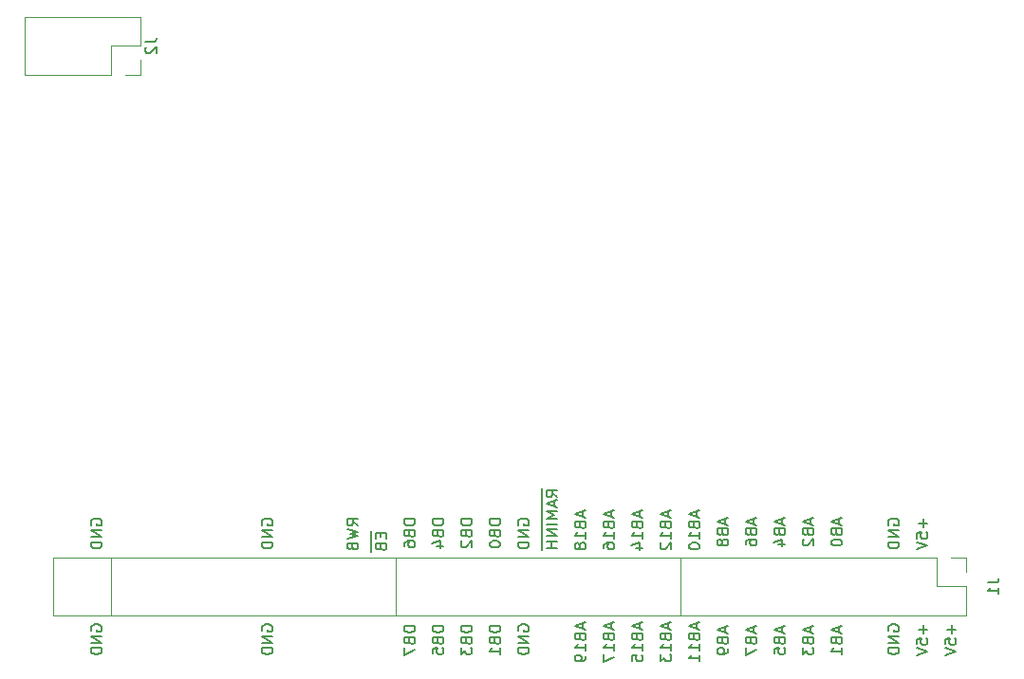
<source format=gbo>
G04 #@! TF.GenerationSoftware,KiCad,Pcbnew,(5.1.8)-1*
G04 #@! TF.CreationDate,2021-07-02T01:17:22+09:00*
G04 #@! TF.ProjectId,FMRAMV01L02,464d5241-4d56-4303-914c-30322e6b6963,rev?*
G04 #@! TF.SameCoordinates,PX3072580PY9157080*
G04 #@! TF.FileFunction,Legend,Bot*
G04 #@! TF.FilePolarity,Positive*
%FSLAX46Y46*%
G04 Gerber Fmt 4.6, Leading zero omitted, Abs format (unit mm)*
G04 Created by KiCad (PCBNEW (5.1.8)-1) date 2021-07-02 01:17:22*
%MOMM*%
%LPD*%
G01*
G04 APERTURE LIST*
%ADD10C,0.120000*%
%ADD11C,0.150000*%
G04 APERTURE END LIST*
D10*
X24130000Y16510000D02*
X24130000Y11430000D01*
X49530000Y16510000D02*
X49530000Y11430000D01*
X74930000Y16510000D02*
X74930000Y11430000D01*
D11*
X51252380Y10431786D02*
X50252380Y10431786D01*
X50252380Y10193691D01*
X50300000Y10050834D01*
X50395238Y9955596D01*
X50490476Y9907977D01*
X50680952Y9860358D01*
X50823809Y9860358D01*
X51014285Y9907977D01*
X51109523Y9955596D01*
X51204761Y10050834D01*
X51252380Y10193691D01*
X51252380Y10431786D01*
X50728571Y9098453D02*
X50776190Y8955596D01*
X50823809Y8907977D01*
X50919047Y8860358D01*
X51061904Y8860358D01*
X51157142Y8907977D01*
X51204761Y8955596D01*
X51252380Y9050834D01*
X51252380Y9431786D01*
X50252380Y9431786D01*
X50252380Y9098453D01*
X50300000Y9003215D01*
X50347619Y8955596D01*
X50442857Y8907977D01*
X50538095Y8907977D01*
X50633333Y8955596D01*
X50680952Y9003215D01*
X50728571Y9098453D01*
X50728571Y9431786D01*
X50252380Y8527024D02*
X50252380Y7860358D01*
X51252380Y8288929D01*
X53792380Y10431786D02*
X52792380Y10431786D01*
X52792380Y10193691D01*
X52840000Y10050834D01*
X52935238Y9955596D01*
X53030476Y9907977D01*
X53220952Y9860358D01*
X53363809Y9860358D01*
X53554285Y9907977D01*
X53649523Y9955596D01*
X53744761Y10050834D01*
X53792380Y10193691D01*
X53792380Y10431786D01*
X53268571Y9098453D02*
X53316190Y8955596D01*
X53363809Y8907977D01*
X53459047Y8860358D01*
X53601904Y8860358D01*
X53697142Y8907977D01*
X53744761Y8955596D01*
X53792380Y9050834D01*
X53792380Y9431786D01*
X52792380Y9431786D01*
X52792380Y9098453D01*
X52840000Y9003215D01*
X52887619Y8955596D01*
X52982857Y8907977D01*
X53078095Y8907977D01*
X53173333Y8955596D01*
X53220952Y9003215D01*
X53268571Y9098453D01*
X53268571Y9431786D01*
X52792380Y7955596D02*
X52792380Y8431786D01*
X53268571Y8479405D01*
X53220952Y8431786D01*
X53173333Y8336548D01*
X53173333Y8098453D01*
X53220952Y8003215D01*
X53268571Y7955596D01*
X53363809Y7907977D01*
X53601904Y7907977D01*
X53697142Y7955596D01*
X53744761Y8003215D01*
X53792380Y8098453D01*
X53792380Y8336548D01*
X53744761Y8431786D01*
X53697142Y8479405D01*
X56332380Y10431786D02*
X55332380Y10431786D01*
X55332380Y10193691D01*
X55380000Y10050834D01*
X55475238Y9955596D01*
X55570476Y9907977D01*
X55760952Y9860358D01*
X55903809Y9860358D01*
X56094285Y9907977D01*
X56189523Y9955596D01*
X56284761Y10050834D01*
X56332380Y10193691D01*
X56332380Y10431786D01*
X55808571Y9098453D02*
X55856190Y8955596D01*
X55903809Y8907977D01*
X55999047Y8860358D01*
X56141904Y8860358D01*
X56237142Y8907977D01*
X56284761Y8955596D01*
X56332380Y9050834D01*
X56332380Y9431786D01*
X55332380Y9431786D01*
X55332380Y9098453D01*
X55380000Y9003215D01*
X55427619Y8955596D01*
X55522857Y8907977D01*
X55618095Y8907977D01*
X55713333Y8955596D01*
X55760952Y9003215D01*
X55808571Y9098453D01*
X55808571Y9431786D01*
X55332380Y8527024D02*
X55332380Y7907977D01*
X55713333Y8241310D01*
X55713333Y8098453D01*
X55760952Y8003215D01*
X55808571Y7955596D01*
X55903809Y7907977D01*
X56141904Y7907977D01*
X56237142Y7955596D01*
X56284761Y8003215D01*
X56332380Y8098453D01*
X56332380Y8384167D01*
X56284761Y8479405D01*
X56237142Y8527024D01*
X58872380Y10431786D02*
X57872380Y10431786D01*
X57872380Y10193691D01*
X57920000Y10050834D01*
X58015238Y9955596D01*
X58110476Y9907977D01*
X58300952Y9860358D01*
X58443809Y9860358D01*
X58634285Y9907977D01*
X58729523Y9955596D01*
X58824761Y10050834D01*
X58872380Y10193691D01*
X58872380Y10431786D01*
X58348571Y9098453D02*
X58396190Y8955596D01*
X58443809Y8907977D01*
X58539047Y8860358D01*
X58681904Y8860358D01*
X58777142Y8907977D01*
X58824761Y8955596D01*
X58872380Y9050834D01*
X58872380Y9431786D01*
X57872380Y9431786D01*
X57872380Y9098453D01*
X57920000Y9003215D01*
X57967619Y8955596D01*
X58062857Y8907977D01*
X58158095Y8907977D01*
X58253333Y8955596D01*
X58300952Y9003215D01*
X58348571Y9098453D01*
X58348571Y9431786D01*
X58872380Y7907977D02*
X58872380Y8479405D01*
X58872380Y8193691D02*
X57872380Y8193691D01*
X58015238Y8288929D01*
X58110476Y8384167D01*
X58158095Y8479405D01*
X66206666Y10653929D02*
X66206666Y10177739D01*
X66492380Y10749167D02*
X65492380Y10415834D01*
X66492380Y10082500D01*
X65968571Y9415834D02*
X66016190Y9272977D01*
X66063809Y9225358D01*
X66159047Y9177739D01*
X66301904Y9177739D01*
X66397142Y9225358D01*
X66444761Y9272977D01*
X66492380Y9368215D01*
X66492380Y9749167D01*
X65492380Y9749167D01*
X65492380Y9415834D01*
X65540000Y9320596D01*
X65587619Y9272977D01*
X65682857Y9225358D01*
X65778095Y9225358D01*
X65873333Y9272977D01*
X65920952Y9320596D01*
X65968571Y9415834D01*
X65968571Y9749167D01*
X66492380Y8225358D02*
X66492380Y8796786D01*
X66492380Y8511072D02*
X65492380Y8511072D01*
X65635238Y8606310D01*
X65730476Y8701548D01*
X65778095Y8796786D01*
X66492380Y7749167D02*
X66492380Y7558691D01*
X66444761Y7463453D01*
X66397142Y7415834D01*
X66254285Y7320596D01*
X66063809Y7272977D01*
X65682857Y7272977D01*
X65587619Y7320596D01*
X65540000Y7368215D01*
X65492380Y7463453D01*
X65492380Y7653929D01*
X65540000Y7749167D01*
X65587619Y7796786D01*
X65682857Y7844405D01*
X65920952Y7844405D01*
X66016190Y7796786D01*
X66063809Y7749167D01*
X66111428Y7653929D01*
X66111428Y7463453D01*
X66063809Y7368215D01*
X66016190Y7320596D01*
X65920952Y7272977D01*
X68746666Y10653929D02*
X68746666Y10177739D01*
X69032380Y10749167D02*
X68032380Y10415834D01*
X69032380Y10082500D01*
X68508571Y9415834D02*
X68556190Y9272977D01*
X68603809Y9225358D01*
X68699047Y9177739D01*
X68841904Y9177739D01*
X68937142Y9225358D01*
X68984761Y9272977D01*
X69032380Y9368215D01*
X69032380Y9749167D01*
X68032380Y9749167D01*
X68032380Y9415834D01*
X68080000Y9320596D01*
X68127619Y9272977D01*
X68222857Y9225358D01*
X68318095Y9225358D01*
X68413333Y9272977D01*
X68460952Y9320596D01*
X68508571Y9415834D01*
X68508571Y9749167D01*
X69032380Y8225358D02*
X69032380Y8796786D01*
X69032380Y8511072D02*
X68032380Y8511072D01*
X68175238Y8606310D01*
X68270476Y8701548D01*
X68318095Y8796786D01*
X68032380Y7892024D02*
X68032380Y7225358D01*
X69032380Y7653929D01*
X71286666Y10653929D02*
X71286666Y10177739D01*
X71572380Y10749167D02*
X70572380Y10415834D01*
X71572380Y10082500D01*
X71048571Y9415834D02*
X71096190Y9272977D01*
X71143809Y9225358D01*
X71239047Y9177739D01*
X71381904Y9177739D01*
X71477142Y9225358D01*
X71524761Y9272977D01*
X71572380Y9368215D01*
X71572380Y9749167D01*
X70572380Y9749167D01*
X70572380Y9415834D01*
X70620000Y9320596D01*
X70667619Y9272977D01*
X70762857Y9225358D01*
X70858095Y9225358D01*
X70953333Y9272977D01*
X71000952Y9320596D01*
X71048571Y9415834D01*
X71048571Y9749167D01*
X71572380Y8225358D02*
X71572380Y8796786D01*
X71572380Y8511072D02*
X70572380Y8511072D01*
X70715238Y8606310D01*
X70810476Y8701548D01*
X70858095Y8796786D01*
X70572380Y7320596D02*
X70572380Y7796786D01*
X71048571Y7844405D01*
X71000952Y7796786D01*
X70953333Y7701548D01*
X70953333Y7463453D01*
X71000952Y7368215D01*
X71048571Y7320596D01*
X71143809Y7272977D01*
X71381904Y7272977D01*
X71477142Y7320596D01*
X71524761Y7368215D01*
X71572380Y7463453D01*
X71572380Y7701548D01*
X71524761Y7796786D01*
X71477142Y7844405D01*
X73826666Y10653929D02*
X73826666Y10177739D01*
X74112380Y10749167D02*
X73112380Y10415834D01*
X74112380Y10082500D01*
X73588571Y9415834D02*
X73636190Y9272977D01*
X73683809Y9225358D01*
X73779047Y9177739D01*
X73921904Y9177739D01*
X74017142Y9225358D01*
X74064761Y9272977D01*
X74112380Y9368215D01*
X74112380Y9749167D01*
X73112380Y9749167D01*
X73112380Y9415834D01*
X73160000Y9320596D01*
X73207619Y9272977D01*
X73302857Y9225358D01*
X73398095Y9225358D01*
X73493333Y9272977D01*
X73540952Y9320596D01*
X73588571Y9415834D01*
X73588571Y9749167D01*
X74112380Y8225358D02*
X74112380Y8796786D01*
X74112380Y8511072D02*
X73112380Y8511072D01*
X73255238Y8606310D01*
X73350476Y8701548D01*
X73398095Y8796786D01*
X73112380Y7892024D02*
X73112380Y7272977D01*
X73493333Y7606310D01*
X73493333Y7463453D01*
X73540952Y7368215D01*
X73588571Y7320596D01*
X73683809Y7272977D01*
X73921904Y7272977D01*
X74017142Y7320596D01*
X74064761Y7368215D01*
X74112380Y7463453D01*
X74112380Y7749167D01*
X74064761Y7844405D01*
X74017142Y7892024D01*
X76366666Y10653929D02*
X76366666Y10177739D01*
X76652380Y10749167D02*
X75652380Y10415834D01*
X76652380Y10082500D01*
X76128571Y9415834D02*
X76176190Y9272977D01*
X76223809Y9225358D01*
X76319047Y9177739D01*
X76461904Y9177739D01*
X76557142Y9225358D01*
X76604761Y9272977D01*
X76652380Y9368215D01*
X76652380Y9749167D01*
X75652380Y9749167D01*
X75652380Y9415834D01*
X75700000Y9320596D01*
X75747619Y9272977D01*
X75842857Y9225358D01*
X75938095Y9225358D01*
X76033333Y9272977D01*
X76080952Y9320596D01*
X76128571Y9415834D01*
X76128571Y9749167D01*
X76652380Y8225358D02*
X76652380Y8796786D01*
X76652380Y8511072D02*
X75652380Y8511072D01*
X75795238Y8606310D01*
X75890476Y8701548D01*
X75938095Y8796786D01*
X76652380Y7272977D02*
X76652380Y7844405D01*
X76652380Y7558691D02*
X75652380Y7558691D01*
X75795238Y7653929D01*
X75890476Y7749167D01*
X75938095Y7844405D01*
X78906666Y10336548D02*
X78906666Y9860358D01*
X79192380Y10431786D02*
X78192380Y10098453D01*
X79192380Y9765120D01*
X78668571Y9098453D02*
X78716190Y8955596D01*
X78763809Y8907977D01*
X78859047Y8860358D01*
X79001904Y8860358D01*
X79097142Y8907977D01*
X79144761Y8955596D01*
X79192380Y9050834D01*
X79192380Y9431786D01*
X78192380Y9431786D01*
X78192380Y9098453D01*
X78240000Y9003215D01*
X78287619Y8955596D01*
X78382857Y8907977D01*
X78478095Y8907977D01*
X78573333Y8955596D01*
X78620952Y9003215D01*
X78668571Y9098453D01*
X78668571Y9431786D01*
X79192380Y8384167D02*
X79192380Y8193691D01*
X79144761Y8098453D01*
X79097142Y8050834D01*
X78954285Y7955596D01*
X78763809Y7907977D01*
X78382857Y7907977D01*
X78287619Y7955596D01*
X78240000Y8003215D01*
X78192380Y8098453D01*
X78192380Y8288929D01*
X78240000Y8384167D01*
X78287619Y8431786D01*
X78382857Y8479405D01*
X78620952Y8479405D01*
X78716190Y8431786D01*
X78763809Y8384167D01*
X78811428Y8288929D01*
X78811428Y8098453D01*
X78763809Y8003215D01*
X78716190Y7955596D01*
X78620952Y7907977D01*
X81446666Y10336548D02*
X81446666Y9860358D01*
X81732380Y10431786D02*
X80732380Y10098453D01*
X81732380Y9765120D01*
X81208571Y9098453D02*
X81256190Y8955596D01*
X81303809Y8907977D01*
X81399047Y8860358D01*
X81541904Y8860358D01*
X81637142Y8907977D01*
X81684761Y8955596D01*
X81732380Y9050834D01*
X81732380Y9431786D01*
X80732380Y9431786D01*
X80732380Y9098453D01*
X80780000Y9003215D01*
X80827619Y8955596D01*
X80922857Y8907977D01*
X81018095Y8907977D01*
X81113333Y8955596D01*
X81160952Y9003215D01*
X81208571Y9098453D01*
X81208571Y9431786D01*
X80732380Y8527024D02*
X80732380Y7860358D01*
X81732380Y8288929D01*
X83986666Y10336548D02*
X83986666Y9860358D01*
X84272380Y10431786D02*
X83272380Y10098453D01*
X84272380Y9765120D01*
X83748571Y9098453D02*
X83796190Y8955596D01*
X83843809Y8907977D01*
X83939047Y8860358D01*
X84081904Y8860358D01*
X84177142Y8907977D01*
X84224761Y8955596D01*
X84272380Y9050834D01*
X84272380Y9431786D01*
X83272380Y9431786D01*
X83272380Y9098453D01*
X83320000Y9003215D01*
X83367619Y8955596D01*
X83462857Y8907977D01*
X83558095Y8907977D01*
X83653333Y8955596D01*
X83700952Y9003215D01*
X83748571Y9098453D01*
X83748571Y9431786D01*
X83272380Y7955596D02*
X83272380Y8431786D01*
X83748571Y8479405D01*
X83700952Y8431786D01*
X83653333Y8336548D01*
X83653333Y8098453D01*
X83700952Y8003215D01*
X83748571Y7955596D01*
X83843809Y7907977D01*
X84081904Y7907977D01*
X84177142Y7955596D01*
X84224761Y8003215D01*
X84272380Y8098453D01*
X84272380Y8336548D01*
X84224761Y8431786D01*
X84177142Y8479405D01*
X86526666Y10336548D02*
X86526666Y9860358D01*
X86812380Y10431786D02*
X85812380Y10098453D01*
X86812380Y9765120D01*
X86288571Y9098453D02*
X86336190Y8955596D01*
X86383809Y8907977D01*
X86479047Y8860358D01*
X86621904Y8860358D01*
X86717142Y8907977D01*
X86764761Y8955596D01*
X86812380Y9050834D01*
X86812380Y9431786D01*
X85812380Y9431786D01*
X85812380Y9098453D01*
X85860000Y9003215D01*
X85907619Y8955596D01*
X86002857Y8907977D01*
X86098095Y8907977D01*
X86193333Y8955596D01*
X86240952Y9003215D01*
X86288571Y9098453D01*
X86288571Y9431786D01*
X85812380Y8527024D02*
X85812380Y7907977D01*
X86193333Y8241310D01*
X86193333Y8098453D01*
X86240952Y8003215D01*
X86288571Y7955596D01*
X86383809Y7907977D01*
X86621904Y7907977D01*
X86717142Y7955596D01*
X86764761Y8003215D01*
X86812380Y8098453D01*
X86812380Y8384167D01*
X86764761Y8479405D01*
X86717142Y8527024D01*
X89066666Y10336548D02*
X89066666Y9860358D01*
X89352380Y10431786D02*
X88352380Y10098453D01*
X89352380Y9765120D01*
X88828571Y9098453D02*
X88876190Y8955596D01*
X88923809Y8907977D01*
X89019047Y8860358D01*
X89161904Y8860358D01*
X89257142Y8907977D01*
X89304761Y8955596D01*
X89352380Y9050834D01*
X89352380Y9431786D01*
X88352380Y9431786D01*
X88352380Y9098453D01*
X88400000Y9003215D01*
X88447619Y8955596D01*
X88542857Y8907977D01*
X88638095Y8907977D01*
X88733333Y8955596D01*
X88780952Y9003215D01*
X88828571Y9098453D01*
X88828571Y9431786D01*
X89352380Y7907977D02*
X89352380Y8479405D01*
X89352380Y8193691D02*
X88352380Y8193691D01*
X88495238Y8288929D01*
X88590476Y8384167D01*
X88638095Y8479405D01*
X46172380Y19412977D02*
X45696190Y19746310D01*
X46172380Y19984405D02*
X45172380Y19984405D01*
X45172380Y19603453D01*
X45220000Y19508215D01*
X45267619Y19460596D01*
X45362857Y19412977D01*
X45505714Y19412977D01*
X45600952Y19460596D01*
X45648571Y19508215D01*
X45696190Y19603453D01*
X45696190Y19984405D01*
X45172380Y19079643D02*
X46172380Y18841548D01*
X45458095Y18651072D01*
X46172380Y18460596D01*
X45172380Y18222500D01*
X45648571Y17508215D02*
X45696190Y17365358D01*
X45743809Y17317739D01*
X45839047Y17270120D01*
X45981904Y17270120D01*
X46077142Y17317739D01*
X46124761Y17365358D01*
X46172380Y17460596D01*
X46172380Y17841548D01*
X45172380Y17841548D01*
X45172380Y17508215D01*
X45220000Y17412977D01*
X45267619Y17365358D01*
X45362857Y17317739D01*
X45458095Y17317739D01*
X45553333Y17365358D01*
X45600952Y17412977D01*
X45648571Y17508215D01*
X45648571Y17841548D01*
X47345000Y18952500D02*
X47345000Y18047739D01*
X48188571Y18714405D02*
X48188571Y18381072D01*
X48712380Y18238215D02*
X48712380Y18714405D01*
X47712380Y18714405D01*
X47712380Y18238215D01*
X47345000Y18047739D02*
X47345000Y17047739D01*
X48188571Y17476310D02*
X48236190Y17333453D01*
X48283809Y17285834D01*
X48379047Y17238215D01*
X48521904Y17238215D01*
X48617142Y17285834D01*
X48664761Y17333453D01*
X48712380Y17428691D01*
X48712380Y17809643D01*
X47712380Y17809643D01*
X47712380Y17476310D01*
X47760000Y17381072D01*
X47807619Y17333453D01*
X47902857Y17285834D01*
X47998095Y17285834D01*
X48093333Y17333453D01*
X48140952Y17381072D01*
X48188571Y17476310D01*
X48188571Y17809643D01*
X51252380Y19984405D02*
X50252380Y19984405D01*
X50252380Y19746310D01*
X50300000Y19603453D01*
X50395238Y19508215D01*
X50490476Y19460596D01*
X50680952Y19412977D01*
X50823809Y19412977D01*
X51014285Y19460596D01*
X51109523Y19508215D01*
X51204761Y19603453D01*
X51252380Y19746310D01*
X51252380Y19984405D01*
X50728571Y18651072D02*
X50776190Y18508215D01*
X50823809Y18460596D01*
X50919047Y18412977D01*
X51061904Y18412977D01*
X51157142Y18460596D01*
X51204761Y18508215D01*
X51252380Y18603453D01*
X51252380Y18984405D01*
X50252380Y18984405D01*
X50252380Y18651072D01*
X50300000Y18555834D01*
X50347619Y18508215D01*
X50442857Y18460596D01*
X50538095Y18460596D01*
X50633333Y18508215D01*
X50680952Y18555834D01*
X50728571Y18651072D01*
X50728571Y18984405D01*
X50252380Y17555834D02*
X50252380Y17746310D01*
X50300000Y17841548D01*
X50347619Y17889167D01*
X50490476Y17984405D01*
X50680952Y18032024D01*
X51061904Y18032024D01*
X51157142Y17984405D01*
X51204761Y17936786D01*
X51252380Y17841548D01*
X51252380Y17651072D01*
X51204761Y17555834D01*
X51157142Y17508215D01*
X51061904Y17460596D01*
X50823809Y17460596D01*
X50728571Y17508215D01*
X50680952Y17555834D01*
X50633333Y17651072D01*
X50633333Y17841548D01*
X50680952Y17936786D01*
X50728571Y17984405D01*
X50823809Y18032024D01*
X53792380Y19984405D02*
X52792380Y19984405D01*
X52792380Y19746310D01*
X52840000Y19603453D01*
X52935238Y19508215D01*
X53030476Y19460596D01*
X53220952Y19412977D01*
X53363809Y19412977D01*
X53554285Y19460596D01*
X53649523Y19508215D01*
X53744761Y19603453D01*
X53792380Y19746310D01*
X53792380Y19984405D01*
X53268571Y18651072D02*
X53316190Y18508215D01*
X53363809Y18460596D01*
X53459047Y18412977D01*
X53601904Y18412977D01*
X53697142Y18460596D01*
X53744761Y18508215D01*
X53792380Y18603453D01*
X53792380Y18984405D01*
X52792380Y18984405D01*
X52792380Y18651072D01*
X52840000Y18555834D01*
X52887619Y18508215D01*
X52982857Y18460596D01*
X53078095Y18460596D01*
X53173333Y18508215D01*
X53220952Y18555834D01*
X53268571Y18651072D01*
X53268571Y18984405D01*
X53125714Y17555834D02*
X53792380Y17555834D01*
X52744761Y17793929D02*
X53459047Y18032024D01*
X53459047Y17412977D01*
X56332380Y19984405D02*
X55332380Y19984405D01*
X55332380Y19746310D01*
X55380000Y19603453D01*
X55475238Y19508215D01*
X55570476Y19460596D01*
X55760952Y19412977D01*
X55903809Y19412977D01*
X56094285Y19460596D01*
X56189523Y19508215D01*
X56284761Y19603453D01*
X56332380Y19746310D01*
X56332380Y19984405D01*
X55808571Y18651072D02*
X55856190Y18508215D01*
X55903809Y18460596D01*
X55999047Y18412977D01*
X56141904Y18412977D01*
X56237142Y18460596D01*
X56284761Y18508215D01*
X56332380Y18603453D01*
X56332380Y18984405D01*
X55332380Y18984405D01*
X55332380Y18651072D01*
X55380000Y18555834D01*
X55427619Y18508215D01*
X55522857Y18460596D01*
X55618095Y18460596D01*
X55713333Y18508215D01*
X55760952Y18555834D01*
X55808571Y18651072D01*
X55808571Y18984405D01*
X55427619Y18032024D02*
X55380000Y17984405D01*
X55332380Y17889167D01*
X55332380Y17651072D01*
X55380000Y17555834D01*
X55427619Y17508215D01*
X55522857Y17460596D01*
X55618095Y17460596D01*
X55760952Y17508215D01*
X56332380Y18079643D01*
X56332380Y17460596D01*
X58872380Y19984405D02*
X57872380Y19984405D01*
X57872380Y19746310D01*
X57920000Y19603453D01*
X58015238Y19508215D01*
X58110476Y19460596D01*
X58300952Y19412977D01*
X58443809Y19412977D01*
X58634285Y19460596D01*
X58729523Y19508215D01*
X58824761Y19603453D01*
X58872380Y19746310D01*
X58872380Y19984405D01*
X58348571Y18651072D02*
X58396190Y18508215D01*
X58443809Y18460596D01*
X58539047Y18412977D01*
X58681904Y18412977D01*
X58777142Y18460596D01*
X58824761Y18508215D01*
X58872380Y18603453D01*
X58872380Y18984405D01*
X57872380Y18984405D01*
X57872380Y18651072D01*
X57920000Y18555834D01*
X57967619Y18508215D01*
X58062857Y18460596D01*
X58158095Y18460596D01*
X58253333Y18508215D01*
X58300952Y18555834D01*
X58348571Y18651072D01*
X58348571Y18984405D01*
X57872380Y17793929D02*
X57872380Y17698691D01*
X57920000Y17603453D01*
X57967619Y17555834D01*
X58062857Y17508215D01*
X58253333Y17460596D01*
X58491428Y17460596D01*
X58681904Y17508215D01*
X58777142Y17555834D01*
X58824761Y17603453D01*
X58872380Y17698691D01*
X58872380Y17793929D01*
X58824761Y17889167D01*
X58777142Y17936786D01*
X58681904Y17984405D01*
X58491428Y18032024D01*
X58253333Y18032024D01*
X58062857Y17984405D01*
X57967619Y17936786D01*
X57920000Y17889167D01*
X57872380Y17793929D01*
X62585000Y22762500D02*
X62585000Y21762500D01*
X63952380Y21952977D02*
X63476190Y22286310D01*
X63952380Y22524405D02*
X62952380Y22524405D01*
X62952380Y22143453D01*
X63000000Y22048215D01*
X63047619Y22000596D01*
X63142857Y21952977D01*
X63285714Y21952977D01*
X63380952Y22000596D01*
X63428571Y22048215D01*
X63476190Y22143453D01*
X63476190Y22524405D01*
X62585000Y21762500D02*
X62585000Y20905358D01*
X63666666Y21572024D02*
X63666666Y21095834D01*
X63952380Y21667262D02*
X62952380Y21333929D01*
X63952380Y21000596D01*
X62585000Y20905358D02*
X62585000Y19762500D01*
X63952380Y20667262D02*
X62952380Y20667262D01*
X63666666Y20333929D01*
X62952380Y20000596D01*
X63952380Y20000596D01*
X62585000Y19762500D02*
X62585000Y19286310D01*
X63952380Y19524405D02*
X62952380Y19524405D01*
X62585000Y19286310D02*
X62585000Y18238691D01*
X63952380Y19048215D02*
X62952380Y19048215D01*
X63952380Y18476786D01*
X62952380Y18476786D01*
X62585000Y18238691D02*
X62585000Y17191072D01*
X63952380Y18000596D02*
X62952380Y18000596D01*
X63428571Y18000596D02*
X63428571Y17429167D01*
X63952380Y17429167D02*
X62952380Y17429167D01*
X66206666Y20667024D02*
X66206666Y20190834D01*
X66492380Y20762262D02*
X65492380Y20428929D01*
X66492380Y20095596D01*
X65968571Y19428929D02*
X66016190Y19286072D01*
X66063809Y19238453D01*
X66159047Y19190834D01*
X66301904Y19190834D01*
X66397142Y19238453D01*
X66444761Y19286072D01*
X66492380Y19381310D01*
X66492380Y19762262D01*
X65492380Y19762262D01*
X65492380Y19428929D01*
X65540000Y19333691D01*
X65587619Y19286072D01*
X65682857Y19238453D01*
X65778095Y19238453D01*
X65873333Y19286072D01*
X65920952Y19333691D01*
X65968571Y19428929D01*
X65968571Y19762262D01*
X66492380Y18238453D02*
X66492380Y18809881D01*
X66492380Y18524167D02*
X65492380Y18524167D01*
X65635238Y18619405D01*
X65730476Y18714643D01*
X65778095Y18809881D01*
X65920952Y17667024D02*
X65873333Y17762262D01*
X65825714Y17809881D01*
X65730476Y17857500D01*
X65682857Y17857500D01*
X65587619Y17809881D01*
X65540000Y17762262D01*
X65492380Y17667024D01*
X65492380Y17476548D01*
X65540000Y17381310D01*
X65587619Y17333691D01*
X65682857Y17286072D01*
X65730476Y17286072D01*
X65825714Y17333691D01*
X65873333Y17381310D01*
X65920952Y17476548D01*
X65920952Y17667024D01*
X65968571Y17762262D01*
X66016190Y17809881D01*
X66111428Y17857500D01*
X66301904Y17857500D01*
X66397142Y17809881D01*
X66444761Y17762262D01*
X66492380Y17667024D01*
X66492380Y17476548D01*
X66444761Y17381310D01*
X66397142Y17333691D01*
X66301904Y17286072D01*
X66111428Y17286072D01*
X66016190Y17333691D01*
X65968571Y17381310D01*
X65920952Y17476548D01*
X68746666Y20667024D02*
X68746666Y20190834D01*
X69032380Y20762262D02*
X68032380Y20428929D01*
X69032380Y20095596D01*
X68508571Y19428929D02*
X68556190Y19286072D01*
X68603809Y19238453D01*
X68699047Y19190834D01*
X68841904Y19190834D01*
X68937142Y19238453D01*
X68984761Y19286072D01*
X69032380Y19381310D01*
X69032380Y19762262D01*
X68032380Y19762262D01*
X68032380Y19428929D01*
X68080000Y19333691D01*
X68127619Y19286072D01*
X68222857Y19238453D01*
X68318095Y19238453D01*
X68413333Y19286072D01*
X68460952Y19333691D01*
X68508571Y19428929D01*
X68508571Y19762262D01*
X69032380Y18238453D02*
X69032380Y18809881D01*
X69032380Y18524167D02*
X68032380Y18524167D01*
X68175238Y18619405D01*
X68270476Y18714643D01*
X68318095Y18809881D01*
X68032380Y17381310D02*
X68032380Y17571786D01*
X68080000Y17667024D01*
X68127619Y17714643D01*
X68270476Y17809881D01*
X68460952Y17857500D01*
X68841904Y17857500D01*
X68937142Y17809881D01*
X68984761Y17762262D01*
X69032380Y17667024D01*
X69032380Y17476548D01*
X68984761Y17381310D01*
X68937142Y17333691D01*
X68841904Y17286072D01*
X68603809Y17286072D01*
X68508571Y17333691D01*
X68460952Y17381310D01*
X68413333Y17476548D01*
X68413333Y17667024D01*
X68460952Y17762262D01*
X68508571Y17809881D01*
X68603809Y17857500D01*
X71286666Y20667024D02*
X71286666Y20190834D01*
X71572380Y20762262D02*
X70572380Y20428929D01*
X71572380Y20095596D01*
X71048571Y19428929D02*
X71096190Y19286072D01*
X71143809Y19238453D01*
X71239047Y19190834D01*
X71381904Y19190834D01*
X71477142Y19238453D01*
X71524761Y19286072D01*
X71572380Y19381310D01*
X71572380Y19762262D01*
X70572380Y19762262D01*
X70572380Y19428929D01*
X70620000Y19333691D01*
X70667619Y19286072D01*
X70762857Y19238453D01*
X70858095Y19238453D01*
X70953333Y19286072D01*
X71000952Y19333691D01*
X71048571Y19428929D01*
X71048571Y19762262D01*
X71572380Y18238453D02*
X71572380Y18809881D01*
X71572380Y18524167D02*
X70572380Y18524167D01*
X70715238Y18619405D01*
X70810476Y18714643D01*
X70858095Y18809881D01*
X70905714Y17381310D02*
X71572380Y17381310D01*
X70524761Y17619405D02*
X71239047Y17857500D01*
X71239047Y17238453D01*
X73826666Y20667024D02*
X73826666Y20190834D01*
X74112380Y20762262D02*
X73112380Y20428929D01*
X74112380Y20095596D01*
X73588571Y19428929D02*
X73636190Y19286072D01*
X73683809Y19238453D01*
X73779047Y19190834D01*
X73921904Y19190834D01*
X74017142Y19238453D01*
X74064761Y19286072D01*
X74112380Y19381310D01*
X74112380Y19762262D01*
X73112380Y19762262D01*
X73112380Y19428929D01*
X73160000Y19333691D01*
X73207619Y19286072D01*
X73302857Y19238453D01*
X73398095Y19238453D01*
X73493333Y19286072D01*
X73540952Y19333691D01*
X73588571Y19428929D01*
X73588571Y19762262D01*
X74112380Y18238453D02*
X74112380Y18809881D01*
X74112380Y18524167D02*
X73112380Y18524167D01*
X73255238Y18619405D01*
X73350476Y18714643D01*
X73398095Y18809881D01*
X73207619Y17857500D02*
X73160000Y17809881D01*
X73112380Y17714643D01*
X73112380Y17476548D01*
X73160000Y17381310D01*
X73207619Y17333691D01*
X73302857Y17286072D01*
X73398095Y17286072D01*
X73540952Y17333691D01*
X74112380Y17905120D01*
X74112380Y17286072D01*
X76366666Y20667024D02*
X76366666Y20190834D01*
X76652380Y20762262D02*
X75652380Y20428929D01*
X76652380Y20095596D01*
X76128571Y19428929D02*
X76176190Y19286072D01*
X76223809Y19238453D01*
X76319047Y19190834D01*
X76461904Y19190834D01*
X76557142Y19238453D01*
X76604761Y19286072D01*
X76652380Y19381310D01*
X76652380Y19762262D01*
X75652380Y19762262D01*
X75652380Y19428929D01*
X75700000Y19333691D01*
X75747619Y19286072D01*
X75842857Y19238453D01*
X75938095Y19238453D01*
X76033333Y19286072D01*
X76080952Y19333691D01*
X76128571Y19428929D01*
X76128571Y19762262D01*
X76652380Y18238453D02*
X76652380Y18809881D01*
X76652380Y18524167D02*
X75652380Y18524167D01*
X75795238Y18619405D01*
X75890476Y18714643D01*
X75938095Y18809881D01*
X75652380Y17619405D02*
X75652380Y17524167D01*
X75700000Y17428929D01*
X75747619Y17381310D01*
X75842857Y17333691D01*
X76033333Y17286072D01*
X76271428Y17286072D01*
X76461904Y17333691D01*
X76557142Y17381310D01*
X76604761Y17428929D01*
X76652380Y17524167D01*
X76652380Y17619405D01*
X76604761Y17714643D01*
X76557142Y17762262D01*
X76461904Y17809881D01*
X76271428Y17857500D01*
X76033333Y17857500D01*
X75842857Y17809881D01*
X75747619Y17762262D01*
X75700000Y17714643D01*
X75652380Y17619405D01*
X78906666Y20032024D02*
X78906666Y19555834D01*
X79192380Y20127262D02*
X78192380Y19793929D01*
X79192380Y19460596D01*
X78668571Y18793929D02*
X78716190Y18651072D01*
X78763809Y18603453D01*
X78859047Y18555834D01*
X79001904Y18555834D01*
X79097142Y18603453D01*
X79144761Y18651072D01*
X79192380Y18746310D01*
X79192380Y19127262D01*
X78192380Y19127262D01*
X78192380Y18793929D01*
X78240000Y18698691D01*
X78287619Y18651072D01*
X78382857Y18603453D01*
X78478095Y18603453D01*
X78573333Y18651072D01*
X78620952Y18698691D01*
X78668571Y18793929D01*
X78668571Y19127262D01*
X78620952Y17984405D02*
X78573333Y18079643D01*
X78525714Y18127262D01*
X78430476Y18174881D01*
X78382857Y18174881D01*
X78287619Y18127262D01*
X78240000Y18079643D01*
X78192380Y17984405D01*
X78192380Y17793929D01*
X78240000Y17698691D01*
X78287619Y17651072D01*
X78382857Y17603453D01*
X78430476Y17603453D01*
X78525714Y17651072D01*
X78573333Y17698691D01*
X78620952Y17793929D01*
X78620952Y17984405D01*
X78668571Y18079643D01*
X78716190Y18127262D01*
X78811428Y18174881D01*
X79001904Y18174881D01*
X79097142Y18127262D01*
X79144761Y18079643D01*
X79192380Y17984405D01*
X79192380Y17793929D01*
X79144761Y17698691D01*
X79097142Y17651072D01*
X79001904Y17603453D01*
X78811428Y17603453D01*
X78716190Y17651072D01*
X78668571Y17698691D01*
X78620952Y17793929D01*
X81446666Y20032024D02*
X81446666Y19555834D01*
X81732380Y20127262D02*
X80732380Y19793929D01*
X81732380Y19460596D01*
X81208571Y18793929D02*
X81256190Y18651072D01*
X81303809Y18603453D01*
X81399047Y18555834D01*
X81541904Y18555834D01*
X81637142Y18603453D01*
X81684761Y18651072D01*
X81732380Y18746310D01*
X81732380Y19127262D01*
X80732380Y19127262D01*
X80732380Y18793929D01*
X80780000Y18698691D01*
X80827619Y18651072D01*
X80922857Y18603453D01*
X81018095Y18603453D01*
X81113333Y18651072D01*
X81160952Y18698691D01*
X81208571Y18793929D01*
X81208571Y19127262D01*
X80732380Y17698691D02*
X80732380Y17889167D01*
X80780000Y17984405D01*
X80827619Y18032024D01*
X80970476Y18127262D01*
X81160952Y18174881D01*
X81541904Y18174881D01*
X81637142Y18127262D01*
X81684761Y18079643D01*
X81732380Y17984405D01*
X81732380Y17793929D01*
X81684761Y17698691D01*
X81637142Y17651072D01*
X81541904Y17603453D01*
X81303809Y17603453D01*
X81208571Y17651072D01*
X81160952Y17698691D01*
X81113333Y17793929D01*
X81113333Y17984405D01*
X81160952Y18079643D01*
X81208571Y18127262D01*
X81303809Y18174881D01*
X83986666Y20032024D02*
X83986666Y19555834D01*
X84272380Y20127262D02*
X83272380Y19793929D01*
X84272380Y19460596D01*
X83748571Y18793929D02*
X83796190Y18651072D01*
X83843809Y18603453D01*
X83939047Y18555834D01*
X84081904Y18555834D01*
X84177142Y18603453D01*
X84224761Y18651072D01*
X84272380Y18746310D01*
X84272380Y19127262D01*
X83272380Y19127262D01*
X83272380Y18793929D01*
X83320000Y18698691D01*
X83367619Y18651072D01*
X83462857Y18603453D01*
X83558095Y18603453D01*
X83653333Y18651072D01*
X83700952Y18698691D01*
X83748571Y18793929D01*
X83748571Y19127262D01*
X83605714Y17698691D02*
X84272380Y17698691D01*
X83224761Y17936786D02*
X83939047Y18174881D01*
X83939047Y17555834D01*
X86526666Y20032024D02*
X86526666Y19555834D01*
X86812380Y20127262D02*
X85812380Y19793929D01*
X86812380Y19460596D01*
X86288571Y18793929D02*
X86336190Y18651072D01*
X86383809Y18603453D01*
X86479047Y18555834D01*
X86621904Y18555834D01*
X86717142Y18603453D01*
X86764761Y18651072D01*
X86812380Y18746310D01*
X86812380Y19127262D01*
X85812380Y19127262D01*
X85812380Y18793929D01*
X85860000Y18698691D01*
X85907619Y18651072D01*
X86002857Y18603453D01*
X86098095Y18603453D01*
X86193333Y18651072D01*
X86240952Y18698691D01*
X86288571Y18793929D01*
X86288571Y19127262D01*
X85907619Y18174881D02*
X85860000Y18127262D01*
X85812380Y18032024D01*
X85812380Y17793929D01*
X85860000Y17698691D01*
X85907619Y17651072D01*
X86002857Y17603453D01*
X86098095Y17603453D01*
X86240952Y17651072D01*
X86812380Y18222500D01*
X86812380Y17603453D01*
X89066666Y20032024D02*
X89066666Y19555834D01*
X89352380Y20127262D02*
X88352380Y19793929D01*
X89352380Y19460596D01*
X88828571Y18793929D02*
X88876190Y18651072D01*
X88923809Y18603453D01*
X89019047Y18555834D01*
X89161904Y18555834D01*
X89257142Y18603453D01*
X89304761Y18651072D01*
X89352380Y18746310D01*
X89352380Y19127262D01*
X88352380Y19127262D01*
X88352380Y18793929D01*
X88400000Y18698691D01*
X88447619Y18651072D01*
X88542857Y18603453D01*
X88638095Y18603453D01*
X88733333Y18651072D01*
X88780952Y18698691D01*
X88828571Y18793929D01*
X88828571Y19127262D01*
X88352380Y17936786D02*
X88352380Y17841548D01*
X88400000Y17746310D01*
X88447619Y17698691D01*
X88542857Y17651072D01*
X88733333Y17603453D01*
X88971428Y17603453D01*
X89161904Y17651072D01*
X89257142Y17698691D01*
X89304761Y17746310D01*
X89352380Y17841548D01*
X89352380Y17936786D01*
X89304761Y18032024D01*
X89257142Y18079643D01*
X89161904Y18127262D01*
X88971428Y18174881D01*
X88733333Y18174881D01*
X88542857Y18127262D01*
X88447619Y18079643D01*
X88400000Y18032024D01*
X88352380Y17936786D01*
X96591428Y19984405D02*
X96591428Y19222500D01*
X96972380Y19603453D02*
X96210476Y19603453D01*
X95972380Y18270120D02*
X95972380Y18746310D01*
X96448571Y18793929D01*
X96400952Y18746310D01*
X96353333Y18651072D01*
X96353333Y18412977D01*
X96400952Y18317739D01*
X96448571Y18270120D01*
X96543809Y18222500D01*
X96781904Y18222500D01*
X96877142Y18270120D01*
X96924761Y18317739D01*
X96972380Y18412977D01*
X96972380Y18651072D01*
X96924761Y18746310D01*
X96877142Y18793929D01*
X95972380Y17936786D02*
X96972380Y17603453D01*
X95972380Y17270120D01*
X93480000Y19460596D02*
X93432380Y19555834D01*
X93432380Y19698691D01*
X93480000Y19841548D01*
X93575238Y19936786D01*
X93670476Y19984405D01*
X93860952Y20032024D01*
X94003809Y20032024D01*
X94194285Y19984405D01*
X94289523Y19936786D01*
X94384761Y19841548D01*
X94432380Y19698691D01*
X94432380Y19603453D01*
X94384761Y19460596D01*
X94337142Y19412977D01*
X94003809Y19412977D01*
X94003809Y19603453D01*
X94432380Y18984405D02*
X93432380Y18984405D01*
X94432380Y18412977D01*
X93432380Y18412977D01*
X94432380Y17936786D02*
X93432380Y17936786D01*
X93432380Y17698691D01*
X93480000Y17555834D01*
X93575238Y17460596D01*
X93670476Y17412977D01*
X93860952Y17365358D01*
X94003809Y17365358D01*
X94194285Y17412977D01*
X94289523Y17460596D01*
X94384761Y17555834D01*
X94432380Y17698691D01*
X94432380Y17936786D01*
X60460000Y19460596D02*
X60412380Y19555834D01*
X60412380Y19698691D01*
X60460000Y19841548D01*
X60555238Y19936786D01*
X60650476Y19984405D01*
X60840952Y20032024D01*
X60983809Y20032024D01*
X61174285Y19984405D01*
X61269523Y19936786D01*
X61364761Y19841548D01*
X61412380Y19698691D01*
X61412380Y19603453D01*
X61364761Y19460596D01*
X61317142Y19412977D01*
X60983809Y19412977D01*
X60983809Y19603453D01*
X61412380Y18984405D02*
X60412380Y18984405D01*
X61412380Y18412977D01*
X60412380Y18412977D01*
X61412380Y17936786D02*
X60412380Y17936786D01*
X60412380Y17698691D01*
X60460000Y17555834D01*
X60555238Y17460596D01*
X60650476Y17412977D01*
X60840952Y17365358D01*
X60983809Y17365358D01*
X61174285Y17412977D01*
X61269523Y17460596D01*
X61364761Y17555834D01*
X61412380Y17698691D01*
X61412380Y17936786D01*
X37600000Y19460596D02*
X37552380Y19555834D01*
X37552380Y19698691D01*
X37600000Y19841548D01*
X37695238Y19936786D01*
X37790476Y19984405D01*
X37980952Y20032024D01*
X38123809Y20032024D01*
X38314285Y19984405D01*
X38409523Y19936786D01*
X38504761Y19841548D01*
X38552380Y19698691D01*
X38552380Y19603453D01*
X38504761Y19460596D01*
X38457142Y19412977D01*
X38123809Y19412977D01*
X38123809Y19603453D01*
X38552380Y18984405D02*
X37552380Y18984405D01*
X38552380Y18412977D01*
X37552380Y18412977D01*
X38552380Y17936786D02*
X37552380Y17936786D01*
X37552380Y17698691D01*
X37600000Y17555834D01*
X37695238Y17460596D01*
X37790476Y17412977D01*
X37980952Y17365358D01*
X38123809Y17365358D01*
X38314285Y17412977D01*
X38409523Y17460596D01*
X38504761Y17555834D01*
X38552380Y17698691D01*
X38552380Y17936786D01*
X22360000Y19460596D02*
X22312380Y19555834D01*
X22312380Y19698691D01*
X22360000Y19841548D01*
X22455238Y19936786D01*
X22550476Y19984405D01*
X22740952Y20032024D01*
X22883809Y20032024D01*
X23074285Y19984405D01*
X23169523Y19936786D01*
X23264761Y19841548D01*
X23312380Y19698691D01*
X23312380Y19603453D01*
X23264761Y19460596D01*
X23217142Y19412977D01*
X22883809Y19412977D01*
X22883809Y19603453D01*
X23312380Y18984405D02*
X22312380Y18984405D01*
X23312380Y18412977D01*
X22312380Y18412977D01*
X23312380Y17936786D02*
X22312380Y17936786D01*
X22312380Y17698691D01*
X22360000Y17555834D01*
X22455238Y17460596D01*
X22550476Y17412977D01*
X22740952Y17365358D01*
X22883809Y17365358D01*
X23074285Y17412977D01*
X23169523Y17460596D01*
X23264761Y17555834D01*
X23312380Y17698691D01*
X23312380Y17936786D01*
X22360000Y10003215D02*
X22312380Y10098453D01*
X22312380Y10241310D01*
X22360000Y10384167D01*
X22455238Y10479405D01*
X22550476Y10527024D01*
X22740952Y10574643D01*
X22883809Y10574643D01*
X23074285Y10527024D01*
X23169523Y10479405D01*
X23264761Y10384167D01*
X23312380Y10241310D01*
X23312380Y10146072D01*
X23264761Y10003215D01*
X23217142Y9955596D01*
X22883809Y9955596D01*
X22883809Y10146072D01*
X23312380Y9527024D02*
X22312380Y9527024D01*
X23312380Y8955596D01*
X22312380Y8955596D01*
X23312380Y8479405D02*
X22312380Y8479405D01*
X22312380Y8241310D01*
X22360000Y8098453D01*
X22455238Y8003215D01*
X22550476Y7955596D01*
X22740952Y7907977D01*
X22883809Y7907977D01*
X23074285Y7955596D01*
X23169523Y8003215D01*
X23264761Y8098453D01*
X23312380Y8241310D01*
X23312380Y8479405D01*
X37600000Y10003215D02*
X37552380Y10098453D01*
X37552380Y10241310D01*
X37600000Y10384167D01*
X37695238Y10479405D01*
X37790476Y10527024D01*
X37980952Y10574643D01*
X38123809Y10574643D01*
X38314285Y10527024D01*
X38409523Y10479405D01*
X38504761Y10384167D01*
X38552380Y10241310D01*
X38552380Y10146072D01*
X38504761Y10003215D01*
X38457142Y9955596D01*
X38123809Y9955596D01*
X38123809Y10146072D01*
X38552380Y9527024D02*
X37552380Y9527024D01*
X38552380Y8955596D01*
X37552380Y8955596D01*
X38552380Y8479405D02*
X37552380Y8479405D01*
X37552380Y8241310D01*
X37600000Y8098453D01*
X37695238Y8003215D01*
X37790476Y7955596D01*
X37980952Y7907977D01*
X38123809Y7907977D01*
X38314285Y7955596D01*
X38409523Y8003215D01*
X38504761Y8098453D01*
X38552380Y8241310D01*
X38552380Y8479405D01*
X60460000Y10003215D02*
X60412380Y10098453D01*
X60412380Y10241310D01*
X60460000Y10384167D01*
X60555238Y10479405D01*
X60650476Y10527024D01*
X60840952Y10574643D01*
X60983809Y10574643D01*
X61174285Y10527024D01*
X61269523Y10479405D01*
X61364761Y10384167D01*
X61412380Y10241310D01*
X61412380Y10146072D01*
X61364761Y10003215D01*
X61317142Y9955596D01*
X60983809Y9955596D01*
X60983809Y10146072D01*
X61412380Y9527024D02*
X60412380Y9527024D01*
X61412380Y8955596D01*
X60412380Y8955596D01*
X61412380Y8479405D02*
X60412380Y8479405D01*
X60412380Y8241310D01*
X60460000Y8098453D01*
X60555238Y8003215D01*
X60650476Y7955596D01*
X60840952Y7907977D01*
X60983809Y7907977D01*
X61174285Y7955596D01*
X61269523Y8003215D01*
X61364761Y8098453D01*
X61412380Y8241310D01*
X61412380Y8479405D01*
X93480000Y10003215D02*
X93432380Y10098453D01*
X93432380Y10241310D01*
X93480000Y10384167D01*
X93575238Y10479405D01*
X93670476Y10527024D01*
X93860952Y10574643D01*
X94003809Y10574643D01*
X94194285Y10527024D01*
X94289523Y10479405D01*
X94384761Y10384167D01*
X94432380Y10241310D01*
X94432380Y10146072D01*
X94384761Y10003215D01*
X94337142Y9955596D01*
X94003809Y9955596D01*
X94003809Y10146072D01*
X94432380Y9527024D02*
X93432380Y9527024D01*
X94432380Y8955596D01*
X93432380Y8955596D01*
X94432380Y8479405D02*
X93432380Y8479405D01*
X93432380Y8241310D01*
X93480000Y8098453D01*
X93575238Y8003215D01*
X93670476Y7955596D01*
X93860952Y7907977D01*
X94003809Y7907977D01*
X94194285Y7955596D01*
X94289523Y8003215D01*
X94384761Y8098453D01*
X94432380Y8241310D01*
X94432380Y8479405D01*
X96591428Y10527024D02*
X96591428Y9765120D01*
X96972380Y10146072D02*
X96210476Y10146072D01*
X95972380Y8812739D02*
X95972380Y9288929D01*
X96448571Y9336548D01*
X96400952Y9288929D01*
X96353333Y9193691D01*
X96353333Y8955596D01*
X96400952Y8860358D01*
X96448571Y8812739D01*
X96543809Y8765120D01*
X96781904Y8765120D01*
X96877142Y8812739D01*
X96924761Y8860358D01*
X96972380Y8955596D01*
X96972380Y9193691D01*
X96924761Y9288929D01*
X96877142Y9336548D01*
X95972380Y8479405D02*
X96972380Y8146072D01*
X95972380Y7812739D01*
X99131428Y10527024D02*
X99131428Y9765120D01*
X99512380Y10146072D02*
X98750476Y10146072D01*
X98512380Y8812739D02*
X98512380Y9288929D01*
X98988571Y9336548D01*
X98940952Y9288929D01*
X98893333Y9193691D01*
X98893333Y8955596D01*
X98940952Y8860358D01*
X98988571Y8812739D01*
X99083809Y8765120D01*
X99321904Y8765120D01*
X99417142Y8812739D01*
X99464761Y8860358D01*
X99512380Y8955596D01*
X99512380Y9193691D01*
X99464761Y9288929D01*
X99417142Y9336548D01*
X98512380Y8479405D02*
X99512380Y8146072D01*
X98512380Y7812739D01*
D10*
X100390000Y11370000D02*
X100390000Y13970000D01*
X100390000Y11370000D02*
X18990000Y11370000D01*
X18990000Y11370000D02*
X18990000Y16570000D01*
X97790000Y16570000D02*
X18990000Y16570000D01*
X97790000Y13970000D02*
X97790000Y16570000D01*
X100390000Y13970000D02*
X97790000Y13970000D01*
X100390000Y16570000D02*
X99060000Y16570000D01*
X100390000Y15240000D02*
X100390000Y16570000D01*
X16450000Y59630000D02*
X16450000Y64830000D01*
X24130000Y59630000D02*
X16450000Y59630000D01*
X26730000Y64830000D02*
X16450000Y64830000D01*
X24130000Y59630000D02*
X24130000Y62230000D01*
X24130000Y62230000D02*
X26730000Y62230000D01*
X26730000Y62230000D02*
X26730000Y64830000D01*
X25400000Y59630000D02*
X26730000Y59630000D01*
X26730000Y59630000D02*
X26730000Y60960000D01*
D11*
X102322380Y14303334D02*
X103036666Y14303334D01*
X103179523Y14350953D01*
X103274761Y14446191D01*
X103322380Y14589048D01*
X103322380Y14684286D01*
X103322380Y13303334D02*
X103322380Y13874762D01*
X103322380Y13589048D02*
X102322380Y13589048D01*
X102465238Y13684286D01*
X102560476Y13779524D01*
X102608095Y13874762D01*
X27182380Y62563334D02*
X27896666Y62563334D01*
X28039523Y62610953D01*
X28134761Y62706191D01*
X28182380Y62849048D01*
X28182380Y62944286D01*
X27277619Y62134762D02*
X27230000Y62087143D01*
X27182380Y61991905D01*
X27182380Y61753810D01*
X27230000Y61658572D01*
X27277619Y61610953D01*
X27372857Y61563334D01*
X27468095Y61563334D01*
X27610952Y61610953D01*
X28182380Y62182381D01*
X28182380Y61563334D01*
M02*

</source>
